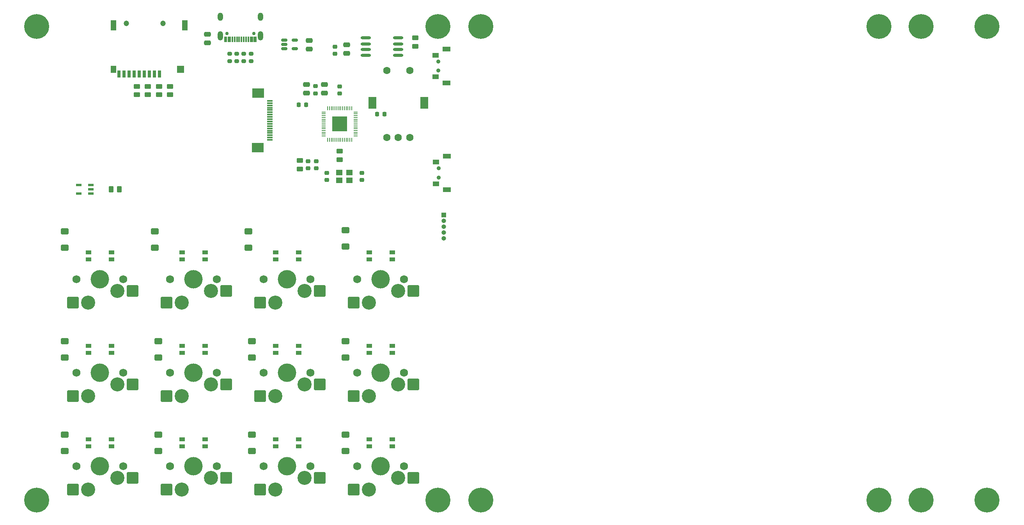
<source format=gbr>
%TF.GenerationSoftware,KiCad,Pcbnew,7.0.8*%
%TF.CreationDate,2023-12-04T11:10:45+01:00*%
%TF.ProjectId,scriptPad_PCB,73637269-7074-4506-9164-5f5043422e6b,rev?*%
%TF.SameCoordinates,Original*%
%TF.FileFunction,Soldermask,Bot*%
%TF.FilePolarity,Negative*%
%FSLAX46Y46*%
G04 Gerber Fmt 4.6, Leading zero omitted, Abs format (unit mm)*
G04 Created by KiCad (PCBNEW 7.0.8) date 2023-12-04 11:10:45*
%MOMM*%
%LPD*%
G01*
G04 APERTURE LIST*
G04 Aperture macros list*
%AMRoundRect*
0 Rectangle with rounded corners*
0 $1 Rounding radius*
0 $2 $3 $4 $5 $6 $7 $8 $9 X,Y pos of 4 corners*
0 Add a 4 corners polygon primitive as box body*
4,1,4,$2,$3,$4,$5,$6,$7,$8,$9,$2,$3,0*
0 Add four circle primitives for the rounded corners*
1,1,$1+$1,$2,$3*
1,1,$1+$1,$4,$5*
1,1,$1+$1,$6,$7*
1,1,$1+$1,$8,$9*
0 Add four rect primitives between the rounded corners*
20,1,$1+$1,$2,$3,$4,$5,0*
20,1,$1+$1,$4,$5,$6,$7,0*
20,1,$1+$1,$6,$7,$8,$9,0*
20,1,$1+$1,$8,$9,$2,$3,0*%
G04 Aperture macros list end*
%ADD10R,1.800000X2.600000*%
%ADD11C,1.600000*%
%ADD12R,1.250000X0.300000*%
%ADD13R,2.500000X2.000000*%
%ADD14RoundRect,0.250000X0.450000X-0.262500X0.450000X0.262500X-0.450000X0.262500X-0.450000X-0.262500X0*%
%ADD15C,5.400000*%
%ADD16C,1.750000*%
%ADD17C,3.050000*%
%ADD18C,4.000000*%
%ADD19RoundRect,0.250000X1.025000X1.000000X-1.025000X1.000000X-1.025000X-1.000000X1.025000X-1.000000X0*%
%ADD20O,2.250000X0.630000*%
%ADD21RoundRect,0.200000X-0.275000X0.200000X-0.275000X-0.200000X0.275000X-0.200000X0.275000X0.200000X0*%
%ADD22R,1.000000X1.000000*%
%ADD23O,1.000000X1.000000*%
%ADD24C,0.900000*%
%ADD25R,1.400000X1.000000*%
%ADD26R,1.700000X1.000000*%
%ADD27R,1.200000X0.820000*%
%ADD28RoundRect,0.250000X-0.600000X0.400000X-0.600000X-0.400000X0.600000X-0.400000X0.600000X0.400000X0*%
%ADD29RoundRect,0.225000X-0.250000X0.225000X-0.250000X-0.225000X0.250000X-0.225000X0.250000X0.225000X0*%
%ADD30R,1.200000X0.550000*%
%ADD31RoundRect,0.250000X0.475000X-0.250000X0.475000X0.250000X-0.475000X0.250000X-0.475000X-0.250000X0*%
%ADD32C,1.200000*%
%ADD33R,0.700000X1.600000*%
%ADD34R,1.200000X1.500000*%
%ADD35R,1.200000X2.200000*%
%ADD36R,1.600000X1.500000*%
%ADD37R,1.400000X1.200000*%
%ADD38RoundRect,0.225000X0.250000X-0.225000X0.250000X0.225000X-0.250000X0.225000X-0.250000X-0.225000X0*%
%ADD39C,0.750000*%
%ADD40O,1.200000X2.000000*%
%ADD41O,1.200000X1.800000*%
%ADD42R,0.300000X1.300000*%
%ADD43RoundRect,0.050000X0.387500X0.050000X-0.387500X0.050000X-0.387500X-0.050000X0.387500X-0.050000X0*%
%ADD44RoundRect,0.050000X0.050000X0.387500X-0.050000X0.387500X-0.050000X-0.387500X0.050000X-0.387500X0*%
%ADD45R,3.200000X3.200000*%
%ADD46RoundRect,0.225000X0.225000X0.250000X-0.225000X0.250000X-0.225000X-0.250000X0.225000X-0.250000X0*%
%ADD47RoundRect,0.225000X-0.225000X-0.250000X0.225000X-0.250000X0.225000X0.250000X-0.225000X0.250000X0*%
%ADD48RoundRect,0.150000X-0.512500X-0.150000X0.512500X-0.150000X0.512500X0.150000X-0.512500X0.150000X0*%
%ADD49RoundRect,0.250000X-0.262500X-0.450000X0.262500X-0.450000X0.262500X0.450000X-0.262500X0.450000X0*%
G04 APERTURE END LIST*
D10*
%TO.C,SW1*%
X112534000Y-60710000D03*
X101334000Y-60710000D03*
D11*
X106934000Y-68210000D03*
X109434000Y-68210000D03*
X104434000Y-68210000D03*
X104434000Y-53710000D03*
X109434000Y-53710000D03*
%TD*%
D12*
%TO.C,FPC1*%
X79014000Y-60266000D03*
X79014000Y-60766000D03*
X79014000Y-61266000D03*
X79014000Y-61766000D03*
X79014000Y-62266000D03*
X79014000Y-62766000D03*
X79014000Y-63266000D03*
X79014000Y-63766000D03*
X79014000Y-64266000D03*
X79014000Y-64766000D03*
X79014000Y-65266000D03*
X79014000Y-65766000D03*
X79014000Y-66266000D03*
X79014000Y-66766000D03*
X79014000Y-67266000D03*
X79014000Y-67766000D03*
X79014000Y-68266000D03*
X79014000Y-68766000D03*
D13*
X76434000Y-70456000D03*
X76474000Y-58576000D03*
%TD*%
D14*
%TO.C,R5*%
X94234000Y-71223500D03*
X94234000Y-73048500D03*
%TD*%
D15*
%TO.C,*%
X234775682Y-147066000D03*
%TD*%
%TO.C,*%
X234775682Y-44069000D03*
%TD*%
D16*
%TO.C,SW_CN9*%
X47244000Y-139700000D03*
D17*
X45974000Y-142240000D03*
D18*
X42164000Y-139700000D03*
D17*
X39624000Y-144780000D03*
D16*
X37084000Y-139700000D03*
D19*
X49249000Y-142240000D03*
X36322000Y-144780000D03*
%TD*%
D20*
%TO.C,U3*%
X99848000Y-50414000D03*
X99848000Y-49144000D03*
X99848000Y-47884000D03*
X99848000Y-46604000D03*
X106908000Y-50414000D03*
X106908000Y-49144000D03*
X106908000Y-47884000D03*
X106908000Y-46604000D03*
%TD*%
D21*
%TO.C,R12*%
X73406000Y-51650400D03*
X73406000Y-50000400D03*
%TD*%
%TO.C,R11*%
X71882000Y-51650400D03*
X71882000Y-50000400D03*
%TD*%
%TO.C,R2*%
X74955400Y-51650400D03*
X74955400Y-50000400D03*
%TD*%
%TO.C,R1*%
X70358000Y-51663600D03*
X70358000Y-50013600D03*
%TD*%
D22*
%TO.C,J1*%
X116840000Y-85090000D03*
D23*
X116840000Y-86360000D03*
X116840000Y-87630000D03*
X116840000Y-88900000D03*
X116840000Y-90170000D03*
%TD*%
D16*
%TO.C,SW_CN6*%
X67564000Y-119380000D03*
D17*
X66294000Y-121920000D03*
D18*
X62484000Y-119380000D03*
D17*
X59944000Y-124460000D03*
D16*
X57404000Y-119380000D03*
D19*
X69569000Y-121920000D03*
X56642000Y-124460000D03*
%TD*%
D15*
%TO.C,H4*%
X211328000Y-147066000D03*
%TD*%
D16*
%TO.C,SW_CN5*%
X47244000Y-119380000D03*
D17*
X45974000Y-121920000D03*
D18*
X42164000Y-119380000D03*
D17*
X39624000Y-124460000D03*
D16*
X37084000Y-119380000D03*
D19*
X49249000Y-121920000D03*
X36322000Y-124460000D03*
%TD*%
D15*
%TO.C,*%
X220472000Y-44069000D03*
%TD*%
D16*
%TO.C,SW_CN4*%
X108204000Y-99060000D03*
D17*
X106934000Y-101600000D03*
D18*
X103124000Y-99060000D03*
D17*
X100584000Y-104140000D03*
D16*
X98044000Y-99060000D03*
D19*
X110209000Y-101600000D03*
X97282000Y-104140000D03*
%TD*%
D16*
%TO.C,SW_CN7*%
X87884000Y-119380000D03*
D17*
X86614000Y-121920000D03*
D18*
X82804000Y-119380000D03*
D17*
X80264000Y-124460000D03*
D16*
X77724000Y-119380000D03*
D19*
X89889000Y-121920000D03*
X76962000Y-124460000D03*
%TD*%
D16*
%TO.C,SW_CN3*%
X87884000Y-99060000D03*
D17*
X86614000Y-101600000D03*
D18*
X82804000Y-99060000D03*
D17*
X80264000Y-104140000D03*
D16*
X77724000Y-99060000D03*
D19*
X89889000Y-101600000D03*
X76962000Y-104140000D03*
%TD*%
D16*
%TO.C,SW_CN12*%
X108204000Y-139700000D03*
D17*
X106934000Y-142240000D03*
D18*
X103124000Y-139700000D03*
D17*
X100584000Y-144780000D03*
D16*
X98044000Y-139700000D03*
D19*
X110209000Y-142240000D03*
X97282000Y-144780000D03*
%TD*%
D15*
%TO.C,*%
X124841000Y-147066000D03*
%TD*%
D16*
%TO.C,SW_CN2*%
X67564000Y-99060000D03*
D17*
X66294000Y-101600000D03*
D18*
X62484000Y-99060000D03*
D17*
X59944000Y-104140000D03*
D16*
X57404000Y-99060000D03*
D19*
X69569000Y-101600000D03*
X56642000Y-104140000D03*
%TD*%
D15*
%TO.C,*%
X124841000Y-44069000D03*
%TD*%
%TO.C,*%
X220472000Y-147066000D03*
%TD*%
%TO.C,H4*%
X115570000Y-147066000D03*
%TD*%
D16*
%TO.C,SW_CN1*%
X47244000Y-99060000D03*
D17*
X45974000Y-101600000D03*
D18*
X42164000Y-99060000D03*
D17*
X39624000Y-104140000D03*
D16*
X37084000Y-99060000D03*
D19*
X49249000Y-101600000D03*
X36322000Y-104140000D03*
%TD*%
D15*
%TO.C,H3*%
X28448000Y-147066000D03*
%TD*%
%TO.C,H2*%
X28448000Y-44069000D03*
%TD*%
D16*
%TO.C,SW_CN10*%
X67564000Y-139700000D03*
D17*
X66294000Y-142240000D03*
D18*
X62484000Y-139700000D03*
D17*
X59944000Y-144780000D03*
D16*
X57404000Y-139700000D03*
D19*
X69569000Y-142240000D03*
X56642000Y-144780000D03*
%TD*%
D15*
%TO.C,*%
X211328000Y-44069000D03*
%TD*%
%TO.C,H1*%
X115570000Y-44069000D03*
%TD*%
D16*
%TO.C,SW_CN11*%
X87884000Y-139700000D03*
D17*
X86614000Y-142240000D03*
D18*
X82804000Y-139700000D03*
D17*
X80264000Y-144780000D03*
D16*
X77724000Y-139700000D03*
D19*
X89889000Y-142240000D03*
X76962000Y-144780000D03*
%TD*%
D16*
%TO.C,SW_CN8*%
X108204000Y-119380000D03*
D17*
X106934000Y-121920000D03*
D18*
X103124000Y-119380000D03*
D17*
X100584000Y-124460000D03*
D16*
X98044000Y-119380000D03*
D19*
X110209000Y-121920000D03*
X97282000Y-124460000D03*
%TD*%
D24*
%TO.C,SW2*%
X115604500Y-53705000D03*
X115604500Y-51705000D03*
D25*
X115004500Y-55055000D03*
X115004500Y-50355000D03*
D26*
X117404500Y-56355000D03*
X117404500Y-49055000D03*
%TD*%
D27*
%TO.C,LED9*%
X44664000Y-135370000D03*
X44664000Y-133870000D03*
X39664000Y-133870000D03*
X39664000Y-135370000D03*
%TD*%
D28*
%TO.C,D12*%
X95504000Y-132870000D03*
X95504000Y-136370000D03*
%TD*%
D27*
%TO.C,LED8*%
X105624000Y-115050000D03*
X105624000Y-113550000D03*
X100624000Y-113550000D03*
X100624000Y-115050000D03*
%TD*%
D24*
%TO.C,SW3*%
X115697000Y-76930000D03*
X115697000Y-74930000D03*
D25*
X115097000Y-78280000D03*
X115097000Y-73580000D03*
D26*
X117497000Y-79580000D03*
X117497000Y-72280000D03*
%TD*%
D29*
%TO.C,C6*%
X91440000Y-75933000D03*
X91440000Y-77483000D03*
%TD*%
D30*
%TO.C,U4*%
X40162000Y-78552000D03*
X40162000Y-79502000D03*
X40162000Y-80452000D03*
X37562000Y-80452000D03*
X37562000Y-78552000D03*
%TD*%
D14*
%TO.C,R8*%
X52578000Y-58951500D03*
X52578000Y-57126500D03*
%TD*%
%TO.C,R7*%
X54991000Y-58951500D03*
X54991000Y-57126500D03*
%TD*%
D27*
%TO.C,LED1*%
X44664000Y-94730000D03*
X44664000Y-93230000D03*
X39664000Y-93230000D03*
X39664000Y-94730000D03*
%TD*%
%TO.C,LED4*%
X105624000Y-94730000D03*
X105624000Y-93230000D03*
X100624000Y-93230000D03*
X100624000Y-94730000D03*
%TD*%
D31*
%TO.C,C1*%
X65532000Y-47686000D03*
X65532000Y-45786000D03*
%TD*%
D28*
%TO.C,D9*%
X34544000Y-132870000D03*
X34544000Y-136370000D03*
%TD*%
D29*
%TO.C,C8*%
X87376000Y-73393000D03*
X87376000Y-74943000D03*
%TD*%
D32*
%TO.C,Card1*%
X47880000Y-43434000D03*
X55880000Y-43434000D03*
D33*
X55080000Y-54434000D03*
X53980000Y-54434000D03*
X52880000Y-54434000D03*
X51780000Y-54434000D03*
X50680000Y-54434000D03*
X49580000Y-54434000D03*
X48480000Y-54434000D03*
X47380000Y-54434000D03*
X46280000Y-54434000D03*
D34*
X45080000Y-53434000D03*
D35*
X45080000Y-43834000D03*
D36*
X59680000Y-53434000D03*
D35*
X60580000Y-43834000D03*
%TD*%
D27*
%TO.C,LED5*%
X44664000Y-115050000D03*
X44664000Y-113550000D03*
X39664000Y-113550000D03*
X39664000Y-115050000D03*
%TD*%
%TO.C,LED6*%
X64984000Y-115050000D03*
X64984000Y-113550000D03*
X59984000Y-113550000D03*
X59984000Y-115050000D03*
%TD*%
D31*
%TO.C,C7*%
X90932000Y-58608000D03*
X90932000Y-56708000D03*
%TD*%
D37*
%TO.C,X1*%
X96350000Y-77588000D03*
X94150000Y-77588000D03*
X94150000Y-75828000D03*
X96350000Y-75828000D03*
%TD*%
D31*
%TO.C,C3*%
X95758000Y-49972000D03*
X95758000Y-48072000D03*
%TD*%
D38*
%TO.C,C5*%
X99060000Y-77483000D03*
X99060000Y-75933000D03*
%TD*%
D31*
%TO.C,C2*%
X87630000Y-49022000D03*
X87630000Y-47122000D03*
%TD*%
D27*
%TO.C,LED12*%
X105624000Y-135370000D03*
X105624000Y-133870000D03*
X100624000Y-133870000D03*
X100624000Y-135370000D03*
%TD*%
D31*
%TO.C,C11*%
X86969600Y-58608000D03*
X86969600Y-56708000D03*
%TD*%
D27*
%TO.C,LED10*%
X64984000Y-135370000D03*
X64984000Y-133870000D03*
X59984000Y-133870000D03*
X59984000Y-135370000D03*
%TD*%
D28*
%TO.C,D10*%
X54864000Y-132870000D03*
X54864000Y-136370000D03*
%TD*%
D29*
%TO.C,C14*%
X89154000Y-73393000D03*
X89154000Y-74943000D03*
%TD*%
D39*
%TO.C,USBC1*%
X69744000Y-45660000D03*
X75544000Y-45660000D03*
D40*
X68314000Y-46160000D03*
X76974000Y-46160000D03*
D41*
X76974000Y-41980000D03*
X68314000Y-41980000D03*
D42*
X69294000Y-46920000D03*
X70094000Y-46920000D03*
X71394000Y-46920000D03*
X72394000Y-46920000D03*
X72894000Y-46920000D03*
X73894000Y-46920000D03*
X75194000Y-46920000D03*
X75994000Y-46920000D03*
X75694000Y-46920000D03*
X74894000Y-46920000D03*
X74394000Y-46920000D03*
X73394000Y-46920000D03*
X71894000Y-46920000D03*
X70894000Y-46920000D03*
X70394000Y-46920000D03*
X69594000Y-46920000D03*
%TD*%
D28*
%TO.C,D4*%
X95504000Y-88420000D03*
X95504000Y-91920000D03*
%TD*%
D38*
%TO.C,C10*%
X94234000Y-58687000D03*
X94234000Y-57137000D03*
%TD*%
D28*
%TO.C,D11*%
X75184000Y-132870000D03*
X75184000Y-136370000D03*
%TD*%
%TO.C,D2*%
X54102000Y-88674000D03*
X54102000Y-92174000D03*
%TD*%
%TO.C,D7*%
X75184000Y-112550000D03*
X75184000Y-116050000D03*
%TD*%
D14*
%TO.C,R3*%
X110617000Y-48410500D03*
X110617000Y-46585500D03*
%TD*%
D28*
%TO.C,D3*%
X74422000Y-88674000D03*
X74422000Y-92174000D03*
%TD*%
D43*
%TO.C,U1*%
X97633500Y-62716000D03*
X97633500Y-63116000D03*
X97633500Y-63516000D03*
X97633500Y-63916000D03*
X97633500Y-64316000D03*
X97633500Y-64716000D03*
X97633500Y-65116000D03*
X97633500Y-65516000D03*
X97633500Y-65916000D03*
X97633500Y-66316000D03*
X97633500Y-66716000D03*
X97633500Y-67116000D03*
X97633500Y-67516000D03*
X97633500Y-67916000D03*
D44*
X96796000Y-68753500D03*
X96396000Y-68753500D03*
X95996000Y-68753500D03*
X95596000Y-68753500D03*
X95196000Y-68753500D03*
X94796000Y-68753500D03*
X94396000Y-68753500D03*
X93996000Y-68753500D03*
X93596000Y-68753500D03*
X93196000Y-68753500D03*
X92796000Y-68753500D03*
X92396000Y-68753500D03*
X91996000Y-68753500D03*
X91596000Y-68753500D03*
D43*
X90758500Y-67916000D03*
X90758500Y-67516000D03*
X90758500Y-67116000D03*
X90758500Y-66716000D03*
X90758500Y-66316000D03*
X90758500Y-65916000D03*
X90758500Y-65516000D03*
X90758500Y-65116000D03*
X90758500Y-64716000D03*
X90758500Y-64316000D03*
X90758500Y-63916000D03*
X90758500Y-63516000D03*
X90758500Y-63116000D03*
X90758500Y-62716000D03*
D44*
X91596000Y-61878500D03*
X91996000Y-61878500D03*
X92396000Y-61878500D03*
X92796000Y-61878500D03*
X93196000Y-61878500D03*
X93596000Y-61878500D03*
X93996000Y-61878500D03*
X94396000Y-61878500D03*
X94796000Y-61878500D03*
X95196000Y-61878500D03*
X95596000Y-61878500D03*
X95996000Y-61878500D03*
X96396000Y-61878500D03*
X96796000Y-61878500D03*
D45*
X94196000Y-65316000D03*
%TD*%
D46*
%TO.C,C13*%
X86881000Y-61087000D03*
X85331000Y-61087000D03*
%TD*%
D28*
%TO.C,D5*%
X34544000Y-112550000D03*
X34544000Y-116050000D03*
%TD*%
D47*
%TO.C,C9*%
X103899000Y-63119000D03*
X102349000Y-63119000D03*
%TD*%
D27*
%TO.C,LED7*%
X85304000Y-115050000D03*
X85304000Y-113550000D03*
X80304000Y-113550000D03*
X80304000Y-115050000D03*
%TD*%
D28*
%TO.C,D1*%
X34544000Y-88674000D03*
X34544000Y-92174000D03*
%TD*%
D27*
%TO.C,LED2*%
X64984000Y-94730000D03*
X64984000Y-93230000D03*
X59984000Y-93230000D03*
X59984000Y-94730000D03*
%TD*%
D48*
%TO.C,U2*%
X82174500Y-48956000D03*
X82174500Y-48006000D03*
X82174500Y-47056000D03*
X84449500Y-47056000D03*
X84449500Y-48956000D03*
%TD*%
D28*
%TO.C,D8*%
X95504000Y-112550000D03*
X95504000Y-116050000D03*
%TD*%
D14*
%TO.C,R4*%
X85598000Y-75093500D03*
X85598000Y-73268500D03*
%TD*%
D38*
%TO.C,C12*%
X88950800Y-58636200D03*
X88950800Y-57086200D03*
%TD*%
D14*
%TO.C,R9*%
X50165000Y-58951500D03*
X50165000Y-57126500D03*
%TD*%
D27*
%TO.C,LED11*%
X85304000Y-135370000D03*
X85304000Y-133870000D03*
X80304000Y-133870000D03*
X80304000Y-135370000D03*
%TD*%
D14*
%TO.C,R6*%
X57404000Y-58951500D03*
X57404000Y-57126500D03*
%TD*%
D27*
%TO.C,LED3*%
X85304000Y-94730000D03*
X85304000Y-93230000D03*
X80304000Y-93230000D03*
X80304000Y-94730000D03*
%TD*%
D38*
%TO.C,C4*%
X93218000Y-50051000D03*
X93218000Y-48501000D03*
%TD*%
D49*
%TO.C,R10*%
X44553500Y-79502000D03*
X46378500Y-79502000D03*
%TD*%
D28*
%TO.C,D6*%
X54864000Y-112550000D03*
X54864000Y-116050000D03*
%TD*%
M02*

</source>
